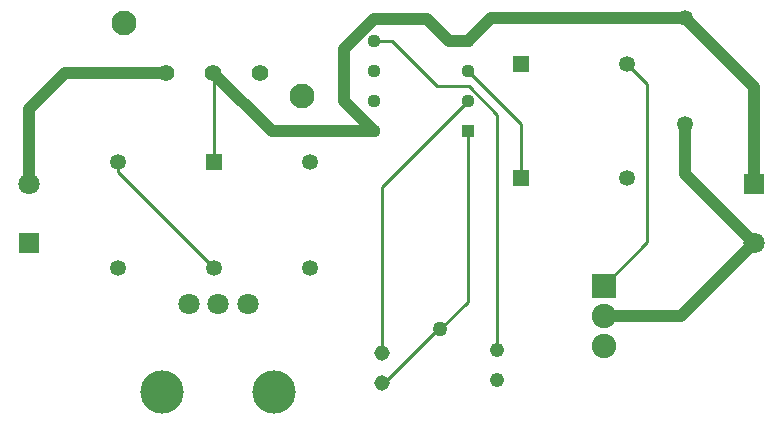
<source format=gtl>
G04*
G04 #@! TF.GenerationSoftware,Altium Limited,Altium Designer,25.8.1 (18)*
G04*
G04 Layer_Physical_Order=1*
G04 Layer_Color=255*
%FSLAX44Y44*%
%MOMM*%
G71*
G04*
G04 #@! TF.SameCoordinates,FD4C0DAB-9491-4D72-95A4-0CDAAEB39303*
G04*
G04*
G04 #@! TF.FilePolarity,Positive*
G04*
G01*
G75*
%ADD12C,0.2540*%
%ADD29C,1.0000*%
%ADD30C,1.8000*%
%ADD31R,1.8000X1.8000*%
%ADD32C,3.6600*%
%ADD33C,1.4000*%
%ADD34C,2.1000*%
%ADD35R,2.0700X2.0700*%
%ADD36C,2.0700*%
%ADD37C,1.3500*%
%ADD38R,1.3500X1.3500*%
%ADD39R,1.3500X1.3500*%
%ADD40R,1.1300X1.1300*%
%ADD41C,1.1300*%
%ADD42C,1.2170*%
%ADD43C,1.3160*%
%ADD44C,1.2700*%
D12*
X367119Y360680D02*
X405219Y322580D01*
X351460Y360680D02*
X367119D01*
X405219Y322580D02*
X431800D01*
X455930Y298450D01*
X565700Y341630D02*
X582930Y324400D01*
X546100Y153670D02*
X582930Y190500D01*
Y324400D01*
X407670Y116840D02*
X430860Y140030D01*
Y284480D01*
X405765Y116840D02*
X407670D01*
X358140Y71120D02*
X360045D01*
X405765Y116840D01*
X209550Y334010D02*
X215900Y327660D01*
Y258360D02*
Y327660D01*
X358140Y96520D02*
Y237160D01*
X430860Y309880D01*
X455930Y99060D02*
Y298450D01*
X134620Y249640D02*
X215900Y168360D01*
X134620Y249640D02*
Y258360D01*
X430860Y335280D02*
X475700Y290440D01*
Y245110D02*
Y290440D01*
D29*
X90170Y334010D02*
X175270D01*
X59690Y240030D02*
Y303530D01*
X90170Y334010D01*
X396240Y379730D02*
X415290Y360680D01*
X326390Y354264D02*
X351856Y379730D01*
X415290Y360680D02*
X430860D01*
X351856Y379730D02*
X396240D01*
X326390Y309902D02*
Y354264D01*
Y309902D02*
X351812Y284480D01*
X546100Y128270D02*
X611340D01*
X673100Y190030D01*
X430860Y360680D02*
X450460Y380280D01*
X614680D01*
X215270Y334010D02*
X264800Y284480D01*
X351460D01*
X614680Y248450D02*
X673100Y190030D01*
X614680Y248450D02*
Y290280D01*
Y380280D02*
X673100Y321860D01*
Y240030D02*
Y321860D01*
D30*
X59690Y240030D02*
D03*
X194710Y138430D02*
D03*
X219710D02*
D03*
X244710D02*
D03*
X673100Y190030D02*
D03*
D31*
X59690D02*
D03*
X673100Y240030D02*
D03*
D32*
X172210Y63430D02*
D03*
X267210D02*
D03*
D33*
X175270Y334010D02*
D03*
X215270D02*
D03*
X255270D02*
D03*
D34*
X140270Y376010D02*
D03*
X290270Y314010D02*
D03*
D35*
X546100Y153670D02*
D03*
D36*
Y128270D02*
D03*
Y102870D02*
D03*
D37*
X614680Y290280D02*
D03*
Y380280D02*
D03*
X215900Y168360D02*
D03*
X565700Y341630D02*
D03*
Y245110D02*
D03*
X297180Y168360D02*
D03*
Y258360D02*
D03*
X134620D02*
D03*
Y168360D02*
D03*
D38*
X215900Y258360D02*
D03*
D39*
X475700Y341630D02*
D03*
Y245110D02*
D03*
D40*
X430860Y284480D02*
D03*
D41*
Y309880D02*
D03*
Y335280D02*
D03*
Y360680D02*
D03*
X351460D02*
D03*
Y335280D02*
D03*
Y309880D02*
D03*
Y284480D02*
D03*
D42*
X455930Y99060D02*
D03*
Y73660D02*
D03*
D43*
X358140Y96520D02*
D03*
Y71120D02*
D03*
D44*
X407670Y116840D02*
D03*
M02*

</source>
